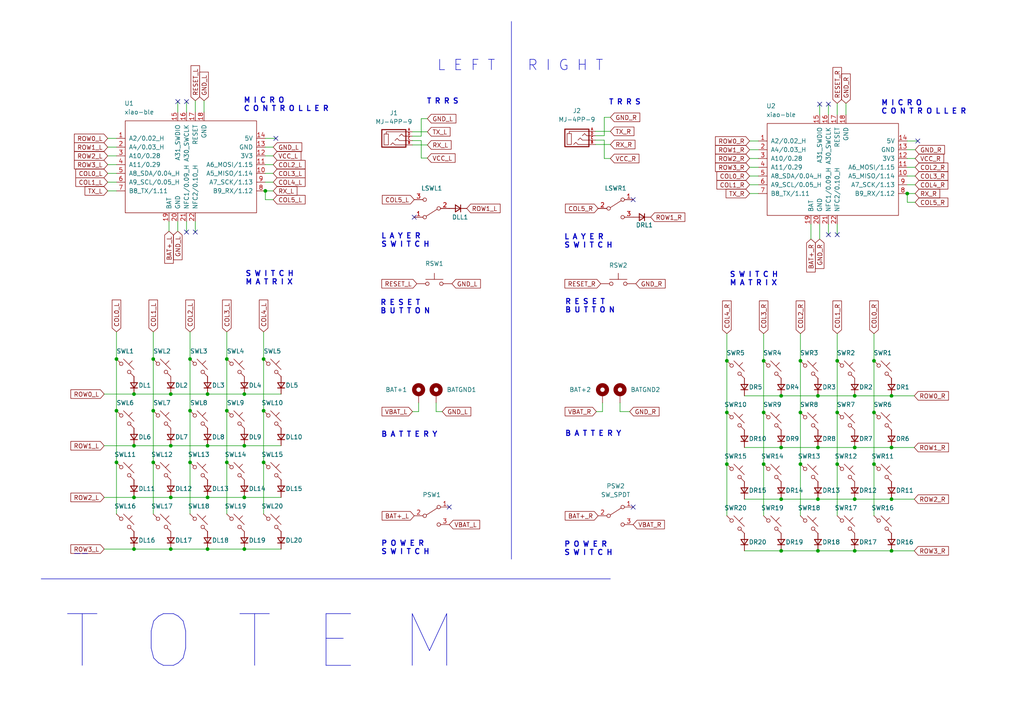
<source format=kicad_sch>
(kicad_sch (version 20231120) (generator "eeschema") (generator_version "8.0")
  (paper "A4")
  (title_block (title "TOTEM split keyboard") (date "2022-11-09") (rev "0.3") (comment 1 "made by GEIST"))
  (lib_symbols
    (symbol "Device:D_Small" (pin_numbers hide) (pin_names (offset 0.254) hide)
      (property "Reference" "D" (at -1.27 2.032 0))
      (property "Value" "D_Small" (at -3.81 -2.032 0))
      (symbol "D_Small_0_1"
        (polyline (pts (xy -0.762 -1.016) (xy -0.762 1.016)) (stroke (width 0.254)))
        (polyline (pts (xy -0.762 0) (xy 0.762 0)))
        (polyline (pts (xy 0.762 -1.016) (xy -0.762 0) (xy 0.762 1.016) (xy 0.762 -1.016)) (stroke (width 0.254)))
      )
      (symbol "D_Small_1_1"
        (pin passive line (at -2.54 0 0) (length 1.778) (name "K") (number "1"))
        (pin passive line (at 2.54 0 180) (length 1.778) (name "A") (number "2"))
      )
    )
    (symbol "Mechanical:MountingHole_Pad" (pin_numbers hide) (pin_names (offset 1.016) hide)
      (property "Reference" "H" (at 0 6.35 0))
      (property "Value" "MountingHole_Pad" (at 0 4.445 0))
      (symbol "MountingHole_Pad_0_1"
        (circle (center 0 1.27) (radius 1.27) (stroke (width 1.27)))
      )
      (symbol "MountingHole_Pad_1_1"
        (pin input line (at 0 -2.54 90) (length 2.54) (name "1") (number "1"))
      )
    )
    (symbol "Switch:SW_Push" (pin_numbers hide) (pin_names (offset 1.016) hide)
      (property "Reference" "SW" (at 1.27 2.54 0))
      (property "Value" "SW_Push" (at 0 -1.524 0))
      (symbol "SW_Push_0_1"
        (circle (center -2.032 0) (radius 0.508))
        (polyline (pts (xy 0 1.27) (xy 0 3.048)))
        (polyline (pts (xy 2.54 1.27) (xy -2.54 1.27)))
        (circle (center 2.032 0) (radius 0.508))
        (pin passive line (at -5.08 0 0) (length 2.54) (name "1") (number "1"))
        (pin passive line (at 5.08 0 180) (length 2.54) (name "2") (number "2"))
      )
    )
    (symbol "Switch:SW_Push_45deg" (pin_numbers hide) (pin_names (offset 1.016) hide)
      (property "Reference" "SW" (at 3.048 1.016 0))
      (property "Value" "SW_Push_45deg" (at 0 -3.81 0))
      (symbol "SW_Push_45deg_0_1"
        (circle (center -1.1684 1.1684) (radius 0.508))
        (polyline (pts (xy -0.508 2.54) (xy 2.54 -0.508)))
        (polyline (pts (xy 1.016 1.016) (xy 2.032 2.032)))
        (polyline (pts (xy -2.54 2.54) (xy -1.524 1.524) (xy -1.524 1.524)))
        (polyline (pts (xy 1.524 -1.524) (xy 2.54 -2.54) (xy 2.54 -2.54) (xy 2.54 -2.54)))
        (circle (center 1.143 -1.1938) (radius 0.508))
        (pin passive line (at -2.54 2.54 0) (length 0) (name "1") (number "1"))
        (pin passive line (at 2.54 -2.54 180) (length 0) (name "2") (number "2"))
      )
    )
    (symbol "Switch:SW_SPDT" (pin_names (offset 0) hide)
      (property "Reference" "SW" (at 0 4.318 0))
      (property "Value" "SW_SPDT" (at 0 -5.08 0))
      (symbol "SW_SPDT_0_0"
        (circle (center -2.032 0) (radius 0.508))
        (circle (center 2.032 -2.54) (radius 0.508))
      )
      (symbol "SW_SPDT_0_1"
        (polyline (pts (xy -1.524 0.254) (xy 1.651 2.286)))
        (circle (center 2.032 2.54) (radius 0.508))
      )
      (symbol "SW_SPDT_1_1"
        (pin passive line (at 5.08 2.54 180) (length 2.54) (name "A") (number "1"))
        (pin passive line (at -5.08 0 0) (length 2.54) (name "B") (number "2"))
        (pin passive line (at 5.08 -2.54 180) (length 2.54) (name "C") (number "3"))
      )
    )
    (symbol "kbd:MJ-4PP-9" (pin_names (offset 1.016))
      (property "Reference" "J" (at 0 3.81 0))
      (property "Value" "MJ-4PP-9" (at 0 -3.81 0))
      (symbol "MJ-4PP-9_0_1"
        (rectangle (start -1.905 -1.905) (end -3.175 1.27))
        (polyline (pts (xy -2.54 1.27) (xy -2.54 1.905) (xy 3.175 1.905)))
        (polyline (pts (xy -1.27 -1.905) (xy -0.635 -1.27) (xy 0 -1.905) (xy 3.175 -1.905)))
        (polyline (pts (xy 0 -0.635) (xy 0.635 0) (xy 1.27 -0.635) (xy 3.175 -0.635)))
        (polyline (pts (xy 1.27 0.635) (xy 1.905 1.27) (xy 2.54 0.635) (xy 3.175 0.635)))
        (rectangle (start 3.175 2.54) (end -3.81 -2.54) (stroke (width 0.3048)))
      )
      (symbol "MJ-4PP-9_1_1"
        (pin input line (at 5.08 1.905 180) (length 2.0066) (name "~") (number "A"))
        (pin input line (at 5.08 -1.905 180) (length 2.0066) (name "~") (number "B"))
        (pin input line (at 5.08 -0.635 180) (length 2.0066) (name "~") (number "C"))
        (pin input line (at 5.08 0.635 180) (length 2.0066) (name "~") (number "D"))
      )
    )
    (symbol "mcu:xiao-ble" (pin_names (offset 1.016))
      (property "Reference" "U" (at -17.78 16.51 0))
      (property "Value" "xiao-ble" (at -15.24 13.97 0))
      (symbol "xiao-ble_0_1"
        (rectangle (start -19.05 12.7) (end 19.05 -13.97))
      )
      (symbol "xiao-ble_1_1"
        (pin bidirectional line (at -21.59 7.62 0) (length 2.54) (name "A2/0.02_H") (number "1"))
        (pin bidirectional line (at 21.59 -2.54 180) (length 2.54) (name "A5_MISO/1.14") (number "10"))
        (pin bidirectional line (at 21.59 0 180) (length 2.54) (name "A6_MOSI/1.15") (number "11"))
        (pin power_out line (at 21.59 2.54 180) (length 2.54) (name "3V3") (number "12"))
        (pin power_out line (at 21.59 5.08 180) (length 2.54) (name "GND") (number "13"))
        (pin power_out line (at 21.59 7.62 180) (length 2.54) (name "5V") (number "14"))
        (pin input line (at -3.81 15.24 270) (length 2.54) (name "A31_SWDIO") (number "15"))
        (pin input line (at -1.27 15.24 270) (length 2.54) (name "A30_SWCLK") (number "16"))
        (pin input line (at 1.27 15.24 270) (length 2.54) (name "RESET") (number "17"))
        (pin power_out line (at 3.81 15.24 270) (length 2.54) (name "GND") (number "18"))
        (pin bidirectional line (at -6.35 -16.51 90) (length 2.54) (name "BAT") (number "19"))
        (pin bidirectional line (at -21.59 5.08 0) (length 2.54) (name "A4/0.03_H") (number "2"))
        (pin power_out line (at -3.81 -16.51 90) (length 2.54) (name "GND") (number "20"))
        (pin bidirectional line (at -1.27 -16.51 90) (length 2.54) (name "NFC1/0.09_H") (number "21"))
        (pin bidirectional line (at 1.27 -16.51 90) (length 2.54) (name "NFC2/0.10_H") (number "22"))
        (pin bidirectional line (at -21.59 2.54 0) (length 2.54) (name "A10/0.28") (number "3"))
        (pin bidirectional line (at -21.59 0 0) (length 2.54) (name "A11/0.29") (number "4"))
        (pin bidirectional line (at -21.59 -2.54 0) (length 2.54) (name "A8_SDA/0.04_H") (number "5"))
        (pin bidirectional line (at -21.59 -5.08 0) (length 2.54) (name "A9_SCL/0.05_H") (number "6"))
        (pin bidirectional line (at -21.59 -7.62 0) (length 2.54) (name "B8_TX/1.11") (number "7"))
        (pin bidirectional line (at 21.59 -7.62 180) (length 2.54) (name "B9_RX/1.12") (number "8"))
        (pin bidirectional line (at 21.59 -5.08 180) (length 2.54) (name "A7_SCK/1.13") (number "9"))
      )
    )
  )
  (junction (at 76.962 55.372))
  (junction (at 33.782 104.14))
  (junction (at 33.782 134.112))
  (junction (at 44.45 134.112))
  (junction (at 226.568 129.794))
  (junction (at 49.53 114.3))
  (junction (at 44.45 119.126))
  (junction (at 55.118 119.126))
  (junction (at 70.866 129.286))
  (junction (at 226.568 144.78))
  (junction (at 237.236 114.808))
  (junction (at 49.53 144.272))
  (junction (at 38.862 159.258))
  (junction (at 232.156 119.634))
  (junction (at 258.572 144.78))
  (junction (at 76.454 104.14))
  (junction (at 70.866 144.272))
  (junction (at 221.488 119.634))
  (junction (at 247.904 144.78))
  (junction (at 76.454 119.126))
  (junction (at 44.45 104.14))
  (junction (at 70.866 114.3))
  (junction (at 55.118 104.14))
  (junction (at 247.904 129.794))
  (junction (at 242.824 104.648))
  (junction (at 60.198 144.272))
  (junction (at 221.488 134.62))
  (junction (at 38.862 144.272))
  (junction (at 232.156 104.648))
  (junction (at 247.904 114.808))
  (junction (at 247.904 159.766))
  (junction (at 210.82 104.648))
  (junction (at 49.53 159.258))
  (junction (at 65.786 104.14))
  (junction (at 60.198 114.3))
  (junction (at 60.198 159.258))
  (junction (at 258.572 129.794))
  (junction (at 232.156 134.62))
  (junction (at 49.53 129.286))
  (junction (at 33.782 119.126))
  (junction (at 263.144 56.134))
  (junction (at 258.572 114.808))
  (junction (at 237.236 159.766))
  (junction (at 70.866 159.258))
  (junction (at 237.236 129.794))
  (junction (at 55.118 134.112))
  (junction (at 210.82 134.62))
  (junction (at 258.572 159.766))
  (junction (at 253.492 119.634))
  (junction (at 242.824 134.62))
  (junction (at 242.824 119.634))
  (junction (at 38.862 129.286))
  (junction (at 65.786 119.126))
  (junction (at 76.454 134.112))
  (junction (at 226.568 159.766))
  (junction (at 253.492 134.62))
  (junction (at 65.786 134.112))
  (junction (at 226.568 114.808))
  (junction (at 60.198 129.286))
  (junction (at 237.236 144.78))
  (junction (at 38.862 114.3))
  (junction (at 253.492 104.648))
  (junction (at 221.488 104.648))
  (junction (at 210.82 119.634))
  (no_connect (at 237.744 30.226))
  (no_connect (at 240.284 30.226))
  (no_connect (at 54.102 67.31))
  (no_connect (at 56.642 67.31))
  (no_connect (at 183.642 147.066))
  (no_connect (at 54.102 29.464))
  (no_connect (at 51.562 29.464))
  (no_connect (at 120.142 62.992))
  (no_connect (at 266.192 40.894))
  (no_connect (at 183.642 57.912))
  (no_connect (at 80.01 40.132))
  (no_connect (at 130.302 147.066))
  (no_connect (at 242.824 68.072))
  (no_connect (at 240.284 68.072))
  (wire (pts (xy 49.022 64.262) (xy 49.022 67.056)))
  (wire (pts (xy 44.45 134.112) (xy 44.45 149.098)))
  (wire (pts (xy 217.424 40.894) (xy 219.964 40.894)))
  (wire (pts (xy 215.9 129.794) (xy 226.568 129.794)))
  (wire (pts (xy 247.904 114.808) (xy 258.572 114.808)))
  (wire (pts (xy 179.832 116.84) (xy 179.832 119.38)))
  (wire (pts (xy 76.962 40.132) (xy 80.01 40.132)))
  (wire (pts (xy 221.488 134.62) (xy 221.488 149.606)))
  (wire (pts (xy 210.82 119.634) (xy 210.82 134.62)))
  (wire (pts (xy 253.492 96.774) (xy 253.492 104.648)))
  (wire (pts (xy 126.492 119.38) (xy 128.27 119.38)))
  (wire (pts (xy 126.492 116.84) (xy 126.492 119.38)))
  (wire (pts (xy 56.642 29.21) (xy 56.642 32.512)))
  (wire (pts (xy 65.786 104.14) (xy 65.786 119.126)))
  (wire (pts (xy 263.144 51.054) (xy 265.43 51.054)))
  (wire (pts (xy 240.284 65.024) (xy 240.284 68.072)))
  (wire (pts (xy 242.824 119.634) (xy 242.824 134.62)))
  (wire (pts (xy 79.248 57.912) (xy 76.962 57.912)))
  (wire (pts (xy 49.53 144.272) (xy 60.198 144.272)))
  (wire (pts (xy 210.82 96.774) (xy 210.82 104.648)))
  (wire (pts (xy 31.242 40.132) (xy 33.782 40.132)))
  (wire (pts (xy 217.424 56.134) (xy 219.964 56.134)))
  (wire (pts (xy 122.174 34.417) (xy 122.174 39.497)))
  (wire (pts (xy 226.568 159.766) (xy 237.236 159.766)))
  (wire (pts (xy 70.866 129.286) (xy 81.534 129.286)))
  (wire (pts (xy 237.236 114.808) (xy 247.904 114.808)))
  (wire (pts (xy 247.904 159.766) (xy 258.572 159.766)))
  (wire (pts (xy 215.9 159.766) (xy 226.568 159.766)))
  (wire (pts (xy 217.424 51.054) (xy 219.964 51.054)))
  (wire (pts (xy 65.786 119.126) (xy 65.786 134.112)))
  (wire (pts (xy 263.144 43.434) (xy 265.43 43.434)))
  (wire (pts (xy 55.118 134.112) (xy 55.118 149.098)))
  (wire (pts (xy 253.492 134.62) (xy 253.492 149.606)))
  (wire (pts (xy 237.236 159.766) (xy 247.904 159.766)))
  (wire (pts (xy 122.174 40.767) (xy 122.174 45.847)))
  (wire (pts (xy 38.862 129.286) (xy 49.53 129.286)))
  (wire (pts (xy 76.454 104.14) (xy 76.454 119.126)))
  (wire (pts (xy 242.824 104.648) (xy 242.824 119.634)))
  (wire (pts (xy 232.156 96.774) (xy 232.156 104.648)))
  (wire (pts (xy 215.9 114.808) (xy 226.568 114.808)))
  (wire (pts (xy 76.962 45.212) (xy 79.248 45.212)))
  (wire (pts (xy 33.782 134.112) (xy 33.782 149.098)))
  (wire (pts (xy 31.242 47.752) (xy 33.782 47.752)))
  (wire (pts (xy 54.102 29.464) (xy 54.102 32.512)))
  (wire (pts (xy 172.72 41.91) (xy 177.038 41.91)))
  (wire (pts (xy 217.424 48.514) (xy 219.964 48.514)))
  (wire (pts (xy 30.226 129.286) (xy 38.862 129.286)))
  (wire (pts (xy 237.744 65.024) (xy 237.744 69.342)))
  (wire (pts (xy 76.962 52.832) (xy 79.248 52.832)))
  (wire (pts (xy 253.492 104.648) (xy 253.492 119.634)))
  (wire (pts (xy 38.862 144.272) (xy 49.53 144.272)))
  (wire (pts (xy 51.562 29.464) (xy 51.562 32.512)))
  (wire (pts (xy 76.962 55.372) (xy 79.248 55.372)))
  (polyline (pts (xy 21.59 160.528) (xy 25.4 160.528)) (stroke (width 0) (type dash)))
  (wire (pts (xy 265.43 58.674) (xy 263.144 58.674)))
  (wire (pts (xy 237.236 144.78) (xy 247.904 144.78)))
  (wire (pts (xy 263.144 56.134) (xy 265.43 56.134)))
  (wire (pts (xy 263.144 40.894) (xy 266.192 40.894)))
  (wire (pts (xy 175.26 34.036) (xy 175.26 39.37)))
  (wire (pts (xy 70.866 114.3) (xy 81.534 114.3)))
  (wire (pts (xy 175.26 34.036) (xy 177.038 34.036)))
  (wire (pts (xy 258.572 129.794) (xy 265.176 129.794)))
  (wire (pts (xy 263.144 48.514) (xy 265.43 48.514)))
  (wire (pts (xy 232.156 119.634) (xy 232.156 134.62)))
  (wire (pts (xy 215.9 144.78) (xy 226.568 144.78)))
  (wire (pts (xy 33.782 96.266) (xy 33.782 104.14)))
  (wire (pts (xy 76.454 96.266) (xy 76.454 104.14)))
  (wire (pts (xy 232.156 134.62) (xy 232.156 149.606)))
  (wire (pts (xy 122.174 34.417) (xy 123.952 34.417)))
  (wire (pts (xy 38.862 159.258) (xy 49.53 159.258)))
  (wire (pts (xy 177.038 45.974) (xy 175.26 45.974)))
  (wire (pts (xy 258.572 144.78) (xy 265.176 144.78)))
  (wire (pts (xy 31.242 45.212) (xy 33.782 45.212)))
  (wire (pts (xy 65.786 96.266) (xy 65.786 104.14)))
  (wire (pts (xy 76.454 134.112) (xy 76.454 149.098)))
  (wire (pts (xy 119.634 119.38) (xy 121.412 119.38)))
  (wire (pts (xy 221.488 104.648) (xy 221.488 119.634)))
  (wire (pts (xy 242.824 96.774) (xy 242.824 104.648)))
  (wire (pts (xy 242.824 65.024) (xy 242.824 68.072)))
  (wire (pts (xy 119.634 42.037) (xy 123.952 42.037)))
  (wire (pts (xy 119.634 39.497) (xy 122.174 39.497)))
  (wire (pts (xy 119.634 38.227) (xy 123.952 38.227)))
  (wire (pts (xy 245.364 29.972) (xy 245.364 33.274)))
  (polyline (pts (xy 148.336 6.223) (xy 148.336 162.179)) (stroke (width 0) (type solid)))
  (wire (pts (xy 175.26 40.64) (xy 175.26 45.974)))
  (wire (pts (xy 121.412 119.38) (xy 121.412 116.84)))
  (wire (pts (xy 30.226 114.3) (xy 38.862 114.3)))
  (wire (pts (xy 76.454 119.126) (xy 76.454 134.112)))
  (wire (pts (xy 258.572 159.766) (xy 265.176 159.766)))
  (wire (pts (xy 59.182 29.21) (xy 59.182 32.512)))
  (wire (pts (xy 49.53 129.286) (xy 60.198 129.286)))
  (wire (pts (xy 242.824 134.62) (xy 242.824 149.606)))
  (wire (pts (xy 122.174 45.847) (xy 123.952 45.847)))
  (wire (pts (xy 31.242 50.292) (xy 33.782 50.292)))
  (wire (pts (xy 258.572 114.808) (xy 265.176 114.808)))
  (wire (pts (xy 263.144 45.974) (xy 265.43 45.974)))
  (polyline (pts (xy 11.938 167.894) (xy 177.038 167.894)) (stroke (width 0) (type solid)))
  (wire (pts (xy 60.198 144.272) (xy 70.866 144.272)))
  (wire (pts (xy 242.824 29.972) (xy 242.824 33.274)))
  (wire (pts (xy 172.974 119.38) (xy 174.752 119.38)))
  (wire (pts (xy 247.904 129.794) (xy 258.572 129.794)))
  (wire (pts (xy 237.744 30.226) (xy 237.744 33.274)))
  (wire (pts (xy 172.72 40.64) (xy 175.26 40.64)))
  (wire (pts (xy 226.568 114.808) (xy 237.236 114.808)))
  (wire (pts (xy 226.568 144.78) (xy 237.236 144.78)))
  (wire (pts (xy 56.642 64.262) (xy 56.642 67.31)))
  (wire (pts (xy 49.53 114.3) (xy 60.198 114.3)))
  (wire (pts (xy 60.198 129.286) (xy 70.866 129.286)))
  (wire (pts (xy 263.144 53.594) (xy 265.43 53.594)))
  (wire (pts (xy 49.53 159.258) (xy 60.198 159.258)))
  (wire (pts (xy 31.242 55.372) (xy 33.782 55.372)))
  (wire (pts (xy 44.45 104.14) (xy 44.45 119.126)))
  (wire (pts (xy 217.424 53.594) (xy 219.964 53.594)))
  (wire (pts (xy 172.72 39.37) (xy 175.26 39.37)))
  (wire (pts (xy 44.45 119.126) (xy 44.45 134.112)))
  (wire (pts (xy 237.236 129.794) (xy 247.904 129.794)))
  (wire (pts (xy 44.45 96.266) (xy 44.45 104.14)))
  (wire (pts (xy 76.962 57.912) (xy 76.962 55.372)))
  (wire (pts (xy 210.82 134.62) (xy 210.82 149.606)))
  (wire (pts (xy 38.862 114.3) (xy 49.53 114.3)))
  (wire (pts (xy 55.118 119.126) (xy 55.118 134.112)))
  (wire (pts (xy 217.424 43.434) (xy 219.964 43.434)))
  (wire (pts (xy 221.488 119.634) (xy 221.488 134.62)))
  (wire (pts (xy 263.144 58.674) (xy 263.144 56.134)))
  (wire (pts (xy 65.786 134.112) (xy 65.786 149.098)))
  (wire (pts (xy 76.962 47.752) (xy 79.248 47.752)))
  (wire (pts (xy 174.752 119.38) (xy 174.752 116.84)))
  (wire (pts (xy 240.284 30.226) (xy 240.284 33.274)))
  (wire (pts (xy 60.198 159.258) (xy 70.866 159.258)))
  (wire (pts (xy 210.82 104.648) (xy 210.82 119.634)))
  (wire (pts (xy 31.242 52.832) (xy 33.782 52.832)))
  (wire (pts (xy 247.904 144.78) (xy 258.572 144.78)))
  (wire (pts (xy 221.488 96.774) (xy 221.488 104.648)))
  (wire (pts (xy 30.226 144.272) (xy 38.862 144.272)))
  (wire (pts (xy 76.962 42.672) (xy 79.248 42.672)))
  (wire (pts (xy 31.242 42.672) (xy 33.782 42.672)))
  (wire (pts (xy 232.156 104.648) (xy 232.156 119.634)))
  (wire (pts (xy 70.866 159.258) (xy 81.534 159.258)))
  (wire (pts (xy 235.204 65.024) (xy 235.204 69.342)))
  (wire (pts (xy 55.118 104.14) (xy 55.118 119.126)))
  (wire (pts (xy 33.782 104.14) (xy 33.782 119.126)))
  (wire (pts (xy 54.102 64.262) (xy 54.102 67.31)))
  (wire (pts (xy 55.118 96.266) (xy 55.118 104.14)))
  (wire (pts (xy 179.832 119.38) (xy 182.626 119.38)))
  (wire (pts (xy 60.198 114.3) (xy 70.866 114.3)))
  (wire (pts (xy 76.962 50.292) (xy 79.248 50.292)))
  (wire (pts (xy 51.562 64.262) (xy 51.562 67.056)))
  (wire (pts (xy 30.226 159.258) (xy 38.862 159.258)))
  (wire (pts (xy 33.782 119.126) (xy 33.782 134.112)))
  (wire (pts (xy 217.424 45.974) (xy 219.964 45.974)))
  (wire (pts (xy 253.492 119.634) (xy 253.492 134.62)))
  (wire (pts (xy 122.174 40.767) (xy 119.634 40.767)))
  (wire (pts (xy 70.866 144.272) (xy 81.534 144.272)))
  (wire (pts (xy 226.568 129.794) (xy 237.236 129.794)))
  (wire (pts (xy 172.72 38.1) (xy 177.038 38.1)))
  (text "M I C R O \nC O N T R O L L E R" (at 255.524 33.274 0) (effects (font (size 1.5 1.5) (thickness 0.3) (bold yes)) (justify left bottom)))
  (text "L A Y E R\nS W I T C H" (at 163.576 72.136 0) (effects (font (size 1.5 1.5) (thickness 0.3) (bold yes)) (justify left bottom)))
  (text "T R R S" (at 176.53 30.607 0) (effects (font (size 1.5 1.5) (thickness 0.3) (bold yes)) (justify left bottom)))
  (text "R E S E T \nB U T T O N" (at 110.236 91.186 0) (effects (font (size 1.5 1.5) (thickness 0.3) (bold yes)) (justify left bottom)))
  (text "S W I T C H\nM A T R I X" (at 71.12 82.804 0) (effects (font (size 1.5 1.5) (thickness 0.3) (bold yes)) (justify left bottom)))
  (text "P O W E R\nS W I T C H" (at 110.49 161.036 0) (effects (font (size 1.5 1.5) (thickness 0.3) (bold yes)) (justify left bottom)))
  (text "R E S E T \nB U T T O N" (at 163.83 90.932 0) (effects (font (size 1.5 1.5) (thickness 0.3) (bold yes)) (justify left bottom)))
  (text "T O T E M" (at 18.034 195.072 0) (effects (font (size 15 15)) (justify left bottom)))
  (text "S W I T C H\nM A T R I X" (at 211.582 83.058 0) (effects (font (size 1.5 1.5) (thickness 0.3) (bold yes)) (justify left bottom)))
  (text "T R R S" (at 123.698 30.353 0) (effects (font (size 1.5 1.5) (thickness 0.3) (bold yes)) (justify left bottom)))
  (text "B A T T E R Y" (at 110.49 127 0) (effects (font (size 1.5 1.5) (thickness 0.3) (bold yes)) (justify left bottom)))
  (text "P O W E R\nS W I T C H" (at 163.576 161.29 0) (effects (font (size 1.5 1.5) (thickness 0.3) (bold yes)) (justify left bottom)))
  (text "L A Y E R\nS W I T C H" (at 110.49 71.882 0) (effects (font (size 1.5 1.5) (thickness 0.3) (bold yes)) (justify left bottom)))
  (text "R I G H T" (at 152.908 20.828 0) (effects (font (size 3 3)) (justify left bottom)))
  (text "B A T T E R Y" (at 163.83 126.746 0) (effects (font (size 1.5 1.5) (thickness 0.3) (bold yes)) (justify left bottom)))
  (text "L E F T" (at 143.764 20.828 0) (effects (font (size 3 3)) (justify right bottom)))
  (text "M I C R O \nC O N T R O L L E R" (at 70.612 32.512 0) (effects (font (size 1.5 1.5) (thickness 0.3) (bold yes)) (justify left bottom)))
  (global_label "GND_L" (shape input) (at 131.064 82.296 0) (property "Intersheetrefs" "${INTERSHEET_REFS}" (effects (hide yes))))
  (global_label "VCC_R" (shape input) (at 265.43 45.974 0) (property "Intersheetrefs" "${INTERSHEET_REFS}" (effects (hide yes))))
  (global_label "RX_L" (shape input) (at 123.952 42.037 0) (property "Intersheetrefs" "${INTERSHEET_REFS}" (effects (hide yes))))
  (global_label "ROW3_R" (shape input) (at 265.176 159.766 0) (property "Intersheetrefs" "${INTERSHEET_REFS}" (effects (hide yes))))
  (global_label "GND_R" (shape input) (at 265.43 43.434 0) (property "Intersheetrefs" "${INTERSHEET_REFS}" (effects (hide yes))))
  (global_label "COL3_L" (shape input) (at 65.786 96.266 90) (property "Intersheetrefs" "${INTERSHEET_REFS}" (effects (hide yes))))
  (global_label "COL4_L" (shape input) (at 76.454 96.266 90) (property "Intersheetrefs" "${INTERSHEET_REFS}" (effects (hide yes))))
  (global_label "ROW0_R" (shape input) (at 265.176 114.808 0) (property "Intersheetrefs" "${INTERSHEET_REFS}" (effects (hide yes))))
  (global_label "ROW1_L" (shape input) (at 135.382 60.452 0) (property "Intersheetrefs" "${INTERSHEET_REFS}" (effects (hide yes))))
  (global_label "COL1_L" (shape input) (at 44.45 96.266 90) (property "Intersheetrefs" "${INTERSHEET_REFS}" (effects (hide yes))))
  (global_label "GND_L" (shape input) (at 59.182 29.21 90) (property "Intersheetrefs" "${INTERSHEET_REFS}" (effects (hide yes))))
  (global_label "COL2_R" (shape input) (at 232.156 96.774 90) (property "Intersheetrefs" "${INTERSHEET_REFS}" (effects (hide yes))))
  (global_label "GND_L" (shape input) (at 79.248 42.672 0) (property "Intersheetrefs" "${INTERSHEET_REFS}" (effects (hide yes))))
  (global_label "BAT+_L" (shape input) (at 120.142 149.606 180) (property "Intersheetrefs" "${INTERSHEET_REFS}" (effects (hide yes))))
  (global_label "ROW0_R" (shape input) (at 217.424 40.894 180) (property "Intersheetrefs" "${INTERSHEET_REFS}" (effects (hide yes))))
  (global_label "COL0_R" (shape input) (at 217.424 51.054 180) (property "Intersheetrefs" "${INTERSHEET_REFS}" (effects (hide yes))))
  (global_label "COL4_R" (shape input) (at 265.43 53.594 0) (property "Intersheetrefs" "${INTERSHEET_REFS}" (effects (hide yes))))
  (global_label "VCC_L" (shape input) (at 123.952 45.847 0) (property "Intersheetrefs" "${INTERSHEET_REFS}" (effects (hide yes))))
  (global_label "VCC_R" (shape input) (at 177.038 45.974 0) (property "Intersheetrefs" "${INTERSHEET_REFS}" (effects (hide yes))))
  (global_label "COL5_R" (shape input) (at 265.43 58.674 0) (property "Intersheetrefs" "${INTERSHEET_REFS}" (effects (hide yes))))
  (global_label "RESET_R" (shape input) (at 242.824 29.972 90) (property "Intersheetrefs" "${INTERSHEET_REFS}" (effects (hide yes))))
  (global_label "RESET_R" (shape input) (at 174.244 82.296 180) (property "Intersheetrefs" "${INTERSHEET_REFS}" (effects (hide yes))))
  (global_label "ROW3_L" (shape input) (at 30.226 159.258 180) (property "Intersheetrefs" "${INTERSHEET_REFS}" (effects (hide yes))))
  (global_label "VBAT_R" (shape input) (at 183.642 152.146 0) (property "Intersheetrefs" "${INTERSHEET_REFS}" (effects (hide yes))))
  (global_label "GND_L" (shape input) (at 51.562 67.056 270) (property "Intersheetrefs" "${INTERSHEET_REFS}" (effects (hide yes))))
  (global_label "COL5_L" (shape input) (at 79.248 57.912 0) (property "Intersheetrefs" "${INTERSHEET_REFS}" (effects (hide yes))))
  (global_label "RESET_L" (shape input) (at 120.904 82.296 180) (property "Intersheetrefs" "${INTERSHEET_REFS}" (effects (hide yes))))
  (global_label "VBAT_R" (shape input) (at 172.974 119.38 180) (property "Intersheetrefs" "${INTERSHEET_REFS}" (effects (hide yes))))
  (global_label "VCC_L" (shape input) (at 79.248 45.212 0) (property "Intersheetrefs" "${INTERSHEET_REFS}" (effects (hide yes))))
  (global_label "TX_L" (shape input) (at 123.952 38.227 0) (property "Intersheetrefs" "${INTERSHEET_REFS}" (effects (hide yes))))
  (global_label "BAT+_L" (shape input) (at 49.022 67.056 270) (property "Intersheetrefs" "${INTERSHEET_REFS}" (effects (hide yes))))
  (global_label "COL1_R" (shape input) (at 217.424 53.594 180) (property "Intersheetrefs" "${INTERSHEET_REFS}" (effects (hide yes))))
  (global_label "ROW3_R" (shape input) (at 217.424 48.514 180) (property "Intersheetrefs" "${INTERSHEET_REFS}" (effects (hide yes))))
  (global_label "BAT+_R" (shape input) (at 173.482 149.606 180) (property "Intersheetrefs" "${INTERSHEET_REFS}" (effects (hide yes))))
  (global_label "ROW0_L" (shape input) (at 30.226 114.3 180) (property "Intersheetrefs" "${INTERSHEET_REFS}" (effects (hide yes))))
  (global_label "COL5_L" (shape input) (at 120.142 57.912 180) (property "Intersheetrefs" "${INTERSHEET_REFS}" (effects (hide yes))))
  (global_label "GND_L" (shape input) (at 128.27 119.38 0) (property "Intersheetrefs" "${INTERSHEET_REFS}" (effects (hide yes))))
  (global_label "VBAT_L" (shape input) (at 119.634 119.38 180) (property "Intersheetrefs" "${INTERSHEET_REFS}" (effects (hide yes))))
  (global_label "ROW1_R" (shape input) (at 265.176 129.794 0) (property "Intersheetrefs" "${INTERSHEET_REFS}" (effects (hide yes))))
  (global_label "GND_L" (shape input) (at 123.952 34.417 0) (property "Intersheetrefs" "${INTERSHEET_REFS}" (effects (hide yes))))
  (global_label "BAT+_R" (shape input) (at 235.204 69.342 270) (property "Intersheetrefs" "${INTERSHEET_REFS}" (effects (hide yes))))
  (global_label "GND_R" (shape input) (at 182.626 119.38 0) (property "Intersheetrefs" "${INTERSHEET_REFS}" (effects (hide yes))))
  (global_label "RX_L" (shape input) (at 79.248 55.372 0) (property "Intersheetrefs" "${INTERSHEET_REFS}" (effects (hide yes))))
  (global_label "GND_R" (shape input) (at 184.404 82.296 0) (property "Intersheetrefs" "${INTERSHEET_REFS}" (effects (hide yes))))
  (global_label "COL0_L" (shape input) (at 33.782 96.266 90) (property "Intersheetrefs" "${INTERSHEET_REFS}" (effects (hide yes))))
  (global_label "ROW3_L" (shape input) (at 31.242 47.752 180) (property "Intersheetrefs" "${INTERSHEET_REFS}" (effects (hide yes))))
  (global_label "COL3_R" (shape input) (at 265.43 51.054 0) (property "Intersheetrefs" "${INTERSHEET_REFS}" (effects (hide yes))))
  (global_label "TX_R" (shape input) (at 177.038 38.1 0) (property "Intersheetrefs" "${INTERSHEET_REFS}" (effects (hide yes))))
  (global_label "COL4_R" (shape input) (at 210.82 96.774 90) (property "Intersheetrefs" "${INTERSHEET_REFS}" (effects (hide yes))))
  (global_label "RESET_L" (shape input) (at 56.642 29.21 90) (property "Intersheetrefs" "${INTERSHEET_REFS}" (effects (hide yes))))
  (global_label "RX_R" (shape input) (at 177.038 41.91 0) (property "Intersheetrefs" "${INTERSHEET_REFS}" (effects (hide yes))))
  (global_label "COL3_R" (shape input) (at 221.488 96.774 90) (property "Intersheetrefs" "${INTERSHEET_REFS}" (effects (hide yes))))
  (global_label "TX_R" (shape input) (at 217.424 56.134 180) (property "Intersheetrefs" "${INTERSHEET_REFS}" (effects (hide yes))))
  (global_label "ROW1_L" (shape input) (at 30.226 129.286 180) (property "Intersheetrefs" "${INTERSHEET_REFS}" (effects (hide yes))))
  (global_label "ROW2_L" (shape input) (at 31.242 45.212 180) (property "Intersheetrefs" "${INTERSHEET_REFS}" (effects (hide yes))))
  (global_label "GND_R" (shape input) (at 237.744 69.342 270) (property "Intersheetrefs" "${INTERSHEET_REFS}" (effects (hide yes))))
  (global_label "COL2_R" (shape input) (at 265.43 48.514 0) (property "Intersheetrefs" "${INTERSHEET_REFS}" (effects (hide yes))))
  (global_label "GND_R" (shape input) (at 245.364 29.972 90) (property "Intersheetrefs" "${INTERSHEET_REFS}" (effects (hide yes))))
  (global_label "VBAT_L" (shape input) (at 130.302 152.146 0) (property "Intersheetrefs" "${INTERSHEET_REFS}" (effects (hide yes))))
  (global_label "ROW1_L" (shape input) (at 31.242 42.672 180) (property "Intersheetrefs" "${INTERSHEET_REFS}" (effects (hide yes))))
  (global_label "COL1_R" (shape input) (at 242.824 96.774 90) (property "Intersheetrefs" "${INTERSHEET_REFS}" (effects (hide yes))))
  (global_label "GND_R" (shape input) (at 177.038 34.036 0) (property "Intersheetrefs" "${INTERSHEET_REFS}" (effects (hide yes))))
  (global_label "COL0_L" (shape input) (at 31.242 50.292 180) (property "Intersheetrefs" "${INTERSHEET_REFS}" (effects (hide yes))))
  (global_label "COL2_L" (shape input) (at 79.248 47.752 0) (property "Intersheetrefs" "${INTERSHEET_REFS}" (effects (hide yes))))
  (global_label "ROW1_R" (shape input) (at 217.424 43.434 180) (property "Intersheetrefs" "${INTERSHEET_REFS}" (effects (hide yes))))
  (global_label "COL5_R" (shape input) (at 173.482 60.452 180) (property "Intersheetrefs" "${INTERSHEET_REFS}" (effects (hide yes))))
  (global_label "ROW2_R" (shape input) (at 265.176 144.78 0) (property "Intersheetrefs" "${INTERSHEET_REFS}" (effects (hide yes))))
  (global_label "COL0_R" (shape input) (at 253.492 96.774 90) (property "Intersheetrefs" "${INTERSHEET_REFS}" (effects (hide yes))))
  (global_label "COL3_L" (shape input) (at 79.248 50.292 0) (property "Intersheetrefs" "${INTERSHEET_REFS}" (effects (hide yes))))
  (global_label "COL2_L" (shape input) (at 55.118 96.266 90) (property "Intersheetrefs" "${INTERSHEET_REFS}" (effects (hide yes))))
  (global_label "TX_L" (shape input) (at 31.242 55.372 180) (property "Intersheetrefs" "${INTERSHEET_REFS}" (effects (hide yes))))
  (global_label "ROW2_L" (shape input) (at 30.226 144.272 180) (property "Intersheetrefs" "${INTERSHEET_REFS}" (effects (hide yes))))
  (global_label "ROW1_R" (shape input) (at 188.722 62.992 0) (property "Intersheetrefs" "${INTERSHEET_REFS}" (effects (hide yes))))
  (global_label "COL4_L" (shape input) (at 79.248 52.832 0) (property "Intersheetrefs" "${INTERSHEET_REFS}" (effects (hide yes))))
  (global_label "RX_R" (shape input) (at 265.43 56.134 0) (property "Intersheetrefs" "${INTERSHEET_REFS}" (effects (hide yes))))
  (global_label "ROW0_L" (shape input) (at 31.242 40.132 180) (property "Intersheetrefs" "${INTERSHEET_REFS}" (effects (hide yes))))
  (global_label "COL1_L" (shape input) (at 31.242 52.832 180) (property "Intersheetrefs" "${INTERSHEET_REFS}" (effects (hide yes))))
  (global_label "ROW2_R" (shape input) (at 217.424 45.974 180) (property "Intersheetrefs" "${INTERSHEET_REFS}" (effects (hide yes))))
  (symbol (lib_id "Device:D_Small") (at 81.534 156.718 90) (unit 1)
    (property "Reference" "DL20" (at 82.804 156.718 90) (effects (justify right)))
    (property "Value" "D_Small" (effects (hide yes)))
    (property "Footprint" "TOTEMlib:Diode_SOD123" (effects (hide yes)))
  )
  (symbol (lib_id "Switch:SW_Push_45deg") (at 245.364 107.188 0) (unit 1)
    (property "Reference" "SWR2" (at 245.364 102.362 0))
    (property "Value" "SW_Push_45deg" (effects (hide yes)))
    (property "Footprint" "TOTEMlib:Kailh_socket_PG1350_optional" (effects (hide yes)))
  )
  (symbol (lib_id "Switch:SW_Push_45deg") (at 57.658 151.638 0) (unit 1)
    (property "Reference" "SWL18" (at 57.658 146.812 0))
    (property "Value" "SW_Push_45deg" (effects (hide yes)))
    (property "Footprint" "TOTEMlib:Kailh_socket_PG1350_optional" (effects (hide yes)))
  )
  (symbol (lib_id "Switch:SW_Push_45deg") (at 36.322 151.638 0) (unit 1)
    (property "Reference" "SWL16" (at 36.322 146.812 0))
    (property "Value" "SW_Push_45deg" (effects (hide yes)))
    (property "Footprint" "TOTEMlib:Kailh_socket_PG1350_optional" (effects (hide yes)))
  )
  (symbol (lib_id "Switch:SW_Push_45deg") (at 256.032 152.146 0) (unit 1)
    (property "Reference" "SWR16" (at 256.032 147.32 0))
    (property "Value" "SW_Push_45deg" (effects (hide yes)))
    (property "Footprint" "TOTEMlib:Kailh_socket_PG1350_optional" (effects (hide yes)))
  )
  (symbol (lib_id "Switch:SW_SPDT") (at 125.222 149.606 0) (unit 1)
    (property "Reference" "PSW1" (at 125.222 143.51 0))
    (property "Value" "SW_SPDT" (effects (hide yes)))
    (property "Footprint" "TOTEMlib:MSK12C02" (effects (hide yes)))
  )
  (symbol (lib_id "Switch:SW_Push_45deg") (at 68.326 106.68 0) (unit 1)
    (property "Reference" "SWL4" (at 68.326 101.854 0))
    (property "Value" "SW_Push_45deg" (effects (hide yes)))
    (property "Footprint" "TOTEMlib:Kailh_socket_PG1350_optional" (effects (hide yes)))
  )
  (symbol (lib_id "Device:D_Small") (at 258.572 127.254 90) (unit 1)
    (property "Reference" "DR6" (at 259.842 127.254 90) (effects (justify right)))
    (property "Value" "D_Small" (effects (hide yes)))
    (property "Footprint" "TOTEMlib:Diode_SOD123" (effects (hide yes)))
  )
  (symbol (lib_id "Switch:SW_SPDT") (at 178.562 60.452 0) (unit 1)
    (property "Reference" "LSWR1" (at 178.562 54.61 0))
    (property "Value" "SW_SPDT" (effects (hide yes)))
    (property "Footprint" "TOTEMlib:MSK12C02" (effects (hide yes)))
  )
  (symbol (lib_id "Mechanical:MountingHole_Pad") (at 121.412 114.3 0) (unit 1)
    (property "Reference" "BAT+1" (at 118.11 113.03 0) (effects (justify right)))
    (property "Value" "+" (effects (hide yes)))
    (property "Footprint" "TOTEMlib:BatteryPad" (effects (hide yes)))
  )
  (symbol (lib_id "Switch:SW_Push_45deg") (at 234.696 107.188 0) (unit 1)
    (property "Reference" "SWR3" (at 234.696 102.362 0))
    (property "Value" "SW_Push_45deg" (effects (hide yes)))
    (property "Footprint" "TOTEMlib:Kailh_socket_PG1350_optional" (effects (hide yes)))
  )
  (symbol (lib_id "Switch:SW_Push_45deg") (at 57.658 106.68 0) (unit 1)
    (property "Reference" "SWL3" (at 57.658 101.854 0))
    (property "Value" "SW_Push_45deg" (effects (hide yes)))
    (property "Footprint" "TOTEMlib:Kailh_socket_PG1350_optional" (effects (hide yes)))
  )
  (symbol (lib_id "Switch:SW_SPDT") (at 178.562 149.606 0) (unit 1)
    (property "Reference" "PSW2" (at 178.562 140.97 0))
    (property "Value" "SW_SPDT" (at 178.562 143.51 0))
    (property "Footprint" "TOTEMlib:MSK12C02" (effects (hide yes)))
  )
  (symbol (lib_id "Mechanical:MountingHole_Pad") (at 126.492 114.3 0) (unit 1)
    (property "Reference" "BATGND1" (at 129.54 113.03 0) (effects (justify left)))
    (property "Value" "-" (effects (hide yes)))
    (property "Footprint" "TOTEMlib:BatteryPad" (effects (hide yes)))
  )
  (symbol (lib_id "Device:D_Small") (at 215.9 112.268 90) (unit 1)
    (property "Reference" "DR5" (at 217.17 112.268 90) (effects (justify right)))
    (property "Value" "D_Small" (effects (hide yes)))
    (property "Footprint" "TOTEMlib:Diode_SOD123" (effects (hide yes)))
  )
  (symbol (lib_id "Switch:SW_Push_45deg") (at 213.36 122.174 0) (unit 1)
    (property "Reference" "SWR10" (at 213.36 117.348 0))
    (property "Value" "SW_Push_45deg" (effects (hide yes)))
    (property "Footprint" "TOTEMlib:Kailh_socket_PG1350_optional" (effects (hide yes)))
  )
  (symbol (lib_id "Switch:SW_Push") (at 125.984 82.296 0) (unit 1)
    (property "Reference" "RSW1" (at 125.984 76.454 0))
    (property "Value" "SW_Push" (effects (hide yes)))
    (property "Footprint" "TOTEMlib:SKHLLCA010" (effects (hide yes)))
  )
  (symbol (lib_id "Switch:SW_Push_45deg") (at 245.364 137.16 0) (unit 1)
    (property "Reference" "SWR12" (at 245.364 132.334 0))
    (property "Value" "SW_Push_45deg" (effects (hide yes)))
    (property "Footprint" "TOTEMlib:Kailh_socket_PG1350_optional" (effects (hide yes)))
  )
  (symbol (lib_id "Switch:SW_Push_45deg") (at 234.696 122.174 0) (unit 1)
    (property "Reference" "SWR8" (at 234.696 117.348 0))
    (property "Value" "SW_Push_45deg" (effects (hide yes)))
    (property "Footprint" "TOTEMlib:Kailh_socket_PG1350_optional" (effects (hide yes)))
  )
  (symbol (lib_id "Switch:SW_Push_45deg") (at 46.99 121.666 0) (unit 1)
    (property "Reference" "SWL7" (at 46.99 116.84 0))
    (property "Value" "SW_Push_45deg" (effects (hide yes)))
    (property "Footprint" "TOTEMlib:Kailh_socket_PG1350_optional" (effects (hide yes)))
  )
  (symbol (lib_id "mcu:xiao-ble") (at 55.372 47.752 0) (unit 1)
    (property "Reference" "U1" (at 36.068 29.972 0) (effects (justify left)))
    (property "Value" "xiao-ble" (at 36.068 32.512 0) (effects (justify left)))
    (property "Footprint" "TOTEMlib:xiao-ble-smd-cutout" (effects (hide yes)))
  )
  (symbol (lib_id "Device:D_Small") (at 226.568 142.24 90) (unit 1)
    (property "Reference" "DR14" (at 227.838 142.24 90) (effects (justify right)))
    (property "Value" "D_Small" (effects (hide yes)))
    (property "Footprint" "TOTEMlib:Diode_SOD123" (effects (hide yes)))
  )
  (symbol (lib_id "Switch:SW_Push_45deg") (at 234.696 137.16 0) (unit 1)
    (property "Reference" "SWR13" (at 234.696 132.334 0))
    (property "Value" "SW_Push_45deg" (effects (hide yes)))
    (property "Footprint" "TOTEMlib:Kailh_socket_PG1350_optional" (effects (hide yes)))
  )
  (symbol (lib_id "Device:D_Small") (at 38.862 111.76 90) (unit 1)
    (property "Reference" "DL1" (at 40.132 111.76 90) (effects (justify right)))
    (property "Value" "D_Small" (effects (hide yes)))
    (property "Footprint" "TOTEMlib:Diode_SOD123" (effects (hide yes)))
  )
  (symbol (lib_id "Device:D_Small") (at 258.572 157.226 90) (unit 1)
    (property "Reference" "DR16" (at 259.842 157.226 90) (effects (justify right)))
    (property "Value" "D_Small" (effects (hide yes)))
    (property "Footprint" "TOTEMlib:Diode_SOD123" (effects (hide yes)))
  )
  (symbol (lib_id "Switch:SW_Push_45deg") (at 213.36 107.188 0) (unit 1)
    (property "Reference" "SWR5" (at 213.36 102.362 0))
    (property "Value" "SW_Push_45deg" (effects (hide yes)))
    (property "Footprint" "TOTEMlib:Kailh_socket_PG1350_optional" (effects (hide yes)))
  )
  (symbol (lib_id "Device:D_Small") (at 49.53 111.76 90) (unit 1)
    (property "Reference" "DL2" (at 50.8 111.76 90) (effects (justify right)))
    (property "Value" "D_Small" (effects (hide yes)))
    (property "Footprint" "TOTEMlib:Diode_SOD123" (effects (hide yes)))
  )
  (symbol (lib_id "Switch:SW_Push_45deg") (at 57.658 121.666 0) (unit 1)
    (property "Reference" "SWL8" (at 57.658 116.84 0))
    (property "Value" "SW_Push_45deg" (effects (hide yes)))
    (property "Footprint" "TOTEMlib:Kailh_socket_PG1350_optional" (effects (hide yes)))
  )
  (symbol (lib_id "Switch:SW_Push_45deg") (at 68.326 136.652 0) (unit 1)
    (property "Reference" "SWL14" (at 68.326 131.826 0))
    (property "Value" "SW_Push_45deg" (effects (hide yes)))
    (property "Footprint" "TOTEMlib:Kailh_socket_PG1350_optional" (effects (hide yes)))
  )
  (symbol (lib_id "Device:D_Small") (at 70.866 141.732 90) (unit 1)
    (property "Reference" "DL14" (at 72.136 141.732 90) (effects (justify right)))
    (property "Value" "D_Small" (effects (hide yes)))
    (property "Footprint" "TOTEMlib:Diode_SOD123" (effects (hide yes)))
  )
  (symbol (lib_id "Device:D_Small") (at 215.9 142.24 90) (unit 1)
    (property "Reference" "DR15" (at 217.17 142.24 90) (effects (justify right)))
    (property "Value" "D_Small" (effects (hide yes)))
    (property "Footprint" "TOTEMlib:Diode_SOD123" (effects (hide yes)))
  )
  (symbol (lib_id "Switch:SW_Push_45deg") (at 78.994 151.638 0) (unit 1)
    (property "Reference" "SWL20" (at 78.994 146.812 0))
    (property "Value" "SW_Push_45deg" (effects (hide yes)))
    (property "Footprint" "TOTEMlib:Kailh_socket_PG1350_optional" (effects (hide yes)))
  )
  (symbol (lib_id "Switch:SW_Push_45deg") (at 224.028 152.146 0) (unit 1)
    (property "Reference" "SWR19" (at 224.028 147.32 0))
    (property "Value" "SW_Push_45deg" (effects (hide yes)))
    (property "Footprint" "TOTEMlib:Kailh_socket_PG1350_optional" (effects (hide yes)))
  )
  (symbol (lib_id "kbd:MJ-4PP-9") (at 114.554 40.132 0) (unit 1)
    (property "Reference" "J1" (at 114.2365 32.766 0))
    (property "Value" "MJ-4PP-9" (at 114.2365 35.306 0))
    (property "Footprint" "TOTEMlib:MJ-4PP-9_1side" (effects (hide yes)))
  )
  (symbol (lib_id "Switch:SW_Push_45deg") (at 245.364 152.146 0) (unit 1)
    (property "Reference" "SWR17" (at 245.364 147.32 0))
    (property "Value" "SW_Push_45deg" (effects (hide yes)))
    (property "Footprint" "TOTEMlib:Kailh_socket_PG1350_optional" (effects (hide yes)))
  )
  (symbol (lib_id "Switch:SW_Push_45deg") (at 245.364 122.174 0) (unit 1)
    (property "Reference" "SWR7" (at 245.364 117.348 0))
    (property "Value" "SW_Push_45deg" (effects (hide yes)))
    (property "Footprint" "TOTEMlib:Kailh_socket_PG1350_optional" (effects (hide yes)))
  )
  (symbol (lib_id "Switch:SW_Push_45deg") (at 36.322 106.68 0) (unit 1)
    (property "Reference" "SWL1" (at 36.322 101.854 0))
    (property "Value" "SW_Push_45deg" (effects (hide yes)))
    (property "Footprint" "TOTEMlib:Kailh_socket_PG1350_optional" (effects (hide yes)))
  )
  (symbol (lib_id "Device:D_Small") (at 81.534 111.76 90) (unit 1)
    (property "Reference" "DL5" (at 82.804 111.76 90) (effects (justify right)))
    (property "Value" "D_Small" (effects (hide yes)))
    (property "Footprint" "TOTEMlib:Diode_SOD123" (effects (hide yes)))
  )
  (symbol (lib_id "Device:D_Small") (at 226.568 112.268 90) (unit 1)
    (property "Reference" "DR4" (at 227.838 112.268 90) (effects (justify right)))
    (property "Value" "D_Small" (effects (hide yes)))
    (property "Footprint" "TOTEMlib:Diode_SOD123" (effects (hide yes)))
  )
  (symbol (lib_id "Device:D_Small") (at 237.236 142.24 90) (unit 1)
    (property "Reference" "DR13" (at 238.506 142.24 90) (effects (justify right)))
    (property "Value" "D_Small" (effects (hide yes)))
    (property "Footprint" "TOTEMlib:Diode_SOD123" (effects (hide yes)))
  )
  (symbol (lib_id "Switch:SW_Push_45deg") (at 46.99 151.638 0) (unit 1)
    (property "Reference" "SWL17" (at 46.99 146.812 0))
    (property "Value" "SW_Push_45deg" (effects (hide yes)))
    (property "Footprint" "TOTEMlib:Kailh_socket_PG1350_optional" (effects (hide yes)))
  )
  (symbol (lib_id "Mechanical:MountingHole_Pad") (at 179.832 114.3 0) (unit 1)
    (property "Reference" "BATGND2" (at 182.88 113.03 0) (effects (justify left)))
    (property "Value" "-" (effects (hide yes)))
    (property "Footprint" "TOTEMlib:BatteryPad" (effects (hide yes)))
  )
  (symbol (lib_id "Switch:SW_Push_45deg") (at 68.326 121.666 0) (unit 1)
    (property "Reference" "SWL9" (at 68.326 116.84 0))
    (property "Value" "SW_Push_45deg" (effects (hide yes)))
    (property "Footprint" "TOTEMlib:Kailh_socket_PG1350_optional" (effects (hide yes)))
  )
  (symbol (lib_id "Switch:SW_Push_45deg") (at 78.994 106.68 0) (unit 1)
    (property "Reference" "SWL5" (at 78.994 101.854 0))
    (property "Value" "SW_Push_45deg" (effects (hide yes)))
    (property "Footprint" "TOTEMlib:Kailh_socket_PG1350_optional" (effects (hide yes)))
  )
  (symbol (lib_id "Switch:SW_Push_45deg") (at 224.028 137.16 0) (unit 1)
    (property "Reference" "SWR14" (at 224.028 132.334 0))
    (property "Value" "SW_Push_45deg" (effects (hide yes)))
    (property "Footprint" "TOTEMlib:Kailh_socket_PG1350_optional" (effects (hide yes)))
  )
  (symbol (lib_id "Device:D_Small") (at 81.534 126.746 90) (unit 1)
    (property "Reference" "DL10" (at 82.804 126.746 90) (effects (justify right)))
    (property "Value" "D_Small" (effects (hide yes)))
    (property "Footprint" "TOTEMlib:Diode_SOD123" (effects (hide yes)))
  )
  (symbol (lib_id "Device:D_Small") (at 70.866 156.718 90) (unit 1)
    (property "Reference" "DL19" (at 72.136 156.718 90) (effects (justify right)))
    (property "Value" "D_Small" (effects (hide yes)))
    (property "Footprint" "TOTEMlib:Diode_SOD123" (effects (hide yes)))
  )
  (symbol (lib_id "Device:D_Small") (at 215.9 157.226 90) (unit 1)
    (property "Reference" "DR20" (at 217.17 157.226 90) (effects (justify right)))
    (property "Value" "D_Small" (effects (hide yes)))
    (property "Footprint" "TOTEMlib:Diode_SOD123" (effects (hide yes)))
  )
  (symbol (lib_id "Device:D_Small") (at 49.53 126.746 90) (unit 1)
    (property "Reference" "DL7" (at 50.8 126.746 90) (effects (justify right)))
    (property "Value" "D_Small" (effects (hide yes)))
    (property "Footprint" "TOTEMlib:Diode_SOD123" (effects (hide yes)))
  )
  (symbol (lib_id "Device:D_Small") (at 60.198 111.76 90) (unit 1)
    (property "Reference" "DL3" (at 61.468 111.76 90) (effects (justify right)))
    (property "Value" "D_Small" (effects (hide yes)))
    (property "Footprint" "TOTEMlib:Diode_SOD123" (effects (hide yes)))
  )
  (symbol (lib_id "Switch:SW_Push_45deg") (at 46.99 106.68 0) (unit 1)
    (property "Reference" "SWL2" (at 46.99 101.854 0))
    (property "Value" "SW_Push_45deg" (effects (hide yes)))
    (property "Footprint" "TOTEMlib:Kailh_socket_PG1350_optional" (effects (hide yes)))
  )
  (symbol (lib_id "Switch:SW_Push_45deg") (at 213.36 152.146 0) (unit 1)
    (property "Reference" "SWR20" (at 213.36 147.32 0))
    (property "Value" "SW_Push_45deg" (effects (hide yes)))
    (property "Footprint" "TOTEMlib:Kailh_socket_PG1350_optional" (effects (hide yes)))
  )
  (symbol (lib_id "Switch:SW_Push_45deg") (at 78.994 136.652 0) (unit 1)
    (property "Reference" "SWL15" (at 78.994 131.826 0))
    (property "Value" "SW_Push_45deg" (effects (hide yes)))
    (property "Footprint" "TOTEMlib:Kailh_socket_PG1350_optional" (effects (hide yes)))
  )
  (symbol (lib_id "Switch:SW_Push_45deg") (at 78.994 121.666 0) (unit 1)
    (property "Reference" "SWL10" (at 78.994 116.84 0))
    (property "Value" "SW_Push_45deg" (effects (hide yes)))
    (property "Footprint" "TOTEMlib:Kailh_socket_PG1350_optional" (effects (hide yes)))
  )
  (symbol (lib_id "Device:D_Small") (at 247.904 157.226 90) (unit 1)
    (property "Reference" "DR17" (at 249.174 157.226 90) (effects (justify right)))
    (property "Value" "D_Small" (effects (hide yes)))
    (property "Footprint" "TOTEMlib:Diode_SOD123" (effects (hide yes)))
  )
  (symbol (lib_id "Device:D_Small") (at 237.236 112.268 90) (unit 1)
    (property "Reference" "DR3" (at 238.506 112.268 90) (effects (justify right)))
    (property "Value" "D_Small" (effects (hide yes)))
    (property "Footprint" "TOTEMlib:Diode_SOD123" (effects (hide yes)))
  )
  (symbol (lib_id "Switch:SW_Push_45deg") (at 213.36 137.16 0) (unit 1)
    (property "Reference" "SWR15" (at 213.36 132.334 0))
    (property "Value" "SW_Push_45deg" (effects (hide yes)))
    (property "Footprint" "TOTEMlib:Kailh_socket_PG1350_optional" (effects (hide yes)))
  )
  (symbol (lib_id "Switch:SW_Push_45deg") (at 57.658 136.652 0) (unit 1)
    (property "Reference" "SWL13" (at 57.658 131.826 0))
    (property "Value" "SW_Push_45deg" (effects (hide yes)))
    (property "Footprint" "TOTEMlib:Kailh_socket_PG1350_optional" (effects (hide yes)))
  )
  (symbol (lib_id "Device:D_Small") (at 38.862 156.718 90) (unit 1)
    (property "Reference" "DL16" (at 40.132 156.718 90) (effects (justify right)))
    (property "Value" "D_Small" (effects (hide yes)))
    (property "Footprint" "TOTEMlib:Diode_SOD123" (effects (hide yes)))
  )
  (symbol (lib_id "Device:D_Small") (at 132.842 60.452 180) (unit 1)
    (property "Reference" "DLL1" (at 131.064 62.992 0) (effects (justify right)))
    (property "Value" "D_Small" (effects (hide yes)))
    (property "Footprint" "TOTEMlib:Diode_SOD123" (effects (hide yes)))
  )
  (symbol (lib_id "Device:D_Small") (at 226.568 127.254 90) (unit 1)
    (property "Reference" "DR9" (at 227.838 127.254 90) (effects (justify right)))
    (property "Value" "D_Small" (effects (hide yes)))
    (property "Footprint" "TOTEMlib:Diode_SOD123" (effects (hide yes)))
  )
  (symbol (lib_id "Mechanical:MountingHole_Pad") (at 174.752 114.3 0) (unit 1)
    (property "Reference" "BAT+2" (at 171.45 113.03 0) (effects (justify right)))
    (property "Value" "+" (effects (hide yes)))
    (property "Footprint" "TOTEMlib:BatteryPad" (effects (hide yes)))
  )
  (symbol (lib_id "Switch:SW_SPDT") (at 125.222 60.452 180) (unit 1)
    (property "Reference" "LSWL1" (at 125.222 54.61 0))
    (property "Value" "SW_SPDT" (effects (hide yes)))
    (property "Footprint" "TOTEMlib:MSK12C02" (effects (hide yes)))
  )
  (symbol (lib_id "Device:D_Small") (at 81.534 141.732 90) (unit 1)
    (property "Reference" "DL15" (at 82.804 141.732 90) (effects (justify right)))
    (property "Value" "D_Small" (effects (hide yes)))
    (property "Footprint" "TOTEMlib:Diode_SOD123" (effects (hide yes)))
  )
  (symbol (lib_id "Device:D_Small") (at 258.572 142.24 90) (unit 1)
    (property "Reference" "DR11" (at 259.842 142.24 90) (effects (justify right)))
    (property "Value" "D_Small" (effects (hide yes)))
    (property "Footprint" "TOTEMlib:Diode_SOD123" (effects (hide yes)))
  )
  (symbol (lib_id "Switch:SW_Push") (at 179.324 82.296 0) (unit 1)
    (property "Reference" "RSW2" (at 179.324 76.962 0))
    (property "Value" "SW_Push" (effects (hide yes)))
    (property "Footprint" "TOTEMlib:SKHLLCA010" (effects (hide yes)))
  )
  (symbol (lib_id "Device:D_Small") (at 186.182 62.992 180) (unit 1)
    (property "Reference" "DRL1" (at 184.404 65.278 0) (effects (justify right)))
    (property "Value" "D_Small" (effects (hide yes)))
    (property "Footprint" "TOTEMlib:Diode_SOD123" (effects (hide yes)))
  )
  (symbol (lib_id "kbd:MJ-4PP-9") (at 167.64 40.005 0) (unit 1)
    (property "Reference" "J2" (at 167.3225 32.131 0))
    (property "Value" "MJ-4PP-9" (at 167.3225 34.671 0))
    (property "Footprint" "TOTEMlib:MJ-4PP-9_1side" (effects (hide yes)))
  )
  (symbol (lib_id "Switch:SW_Push_45deg") (at 256.032 107.188 0) (unit 1)
    (property "Reference" "SWR1" (at 256.032 102.362 0))
    (property "Value" "SW_Push_45deg" (effects (hide yes)))
    (property "Footprint" "TOTEMlib:Kailh_socket_PG1350_optional" (effects (hide yes)))
  )
  (symbol (lib_id "Device:D_Small") (at 38.862 126.746 90) (unit 1)
    (property "Reference" "DL6" (at 40.132 126.746 90) (effects (justify right)))
    (property "Value" "D_Small" (effects (hide yes)))
    (property "Footprint" "TOTEMlib:Diode_SOD123" (effects (hide yes)))
  )
  (symbol (lib_id "Device:D_Small") (at 247.904 142.24 90) (unit 1)
    (property "Reference" "DR12" (at 249.174 142.24 90) (effects (justify right)))
    (property "Value" "D_Small" (effects (hide yes)))
    (property "Footprint" "TOTEMlib:Diode_SOD123" (effects (hide yes)))
  )
  (symbol (lib_id "Device:D_Small") (at 226.568 157.226 90) (unit 1)
    (property "Reference" "DR19" (at 227.838 157.226 90) (effects (justify right)))
    (property "Value" "D_Small" (effects (hide yes)))
    (property "Footprint" "TOTEMlib:Diode_SOD123" (effects (hide yes)))
  )
  (symbol (lib_id "Device:D_Small") (at 60.198 156.718 90) (unit 1)
    (property "Reference" "DL18" (at 61.468 156.718 90) (effects (justify right)))
    (property "Value" "D_Small" (effects (hide yes)))
    (property "Footprint" "TOTEMlib:Diode_SOD123" (effects (hide yes)))
  )
  (symbol (lib_id "Device:D_Small") (at 60.198 126.746 90) (unit 1)
    (property "Reference" "DL8" (at 61.468 126.746 90) (effects (justify right)))
    (property "Value" "D_Small" (effects (hide yes)))
    (property "Footprint" "TOTEMlib:Diode_SOD123" (effects (hide yes)))
  )
  (symbol (lib_id "Switch:SW_Push_45deg") (at 224.028 122.174 0) (unit 1)
    (property "Reference" "SWR9" (at 224.028 117.348 0))
    (property "Value" "SW_Push_45deg" (effects (hide yes)))
    (property "Footprint" "TOTEMlib:Kailh_socket_PG1350_optional" (effects (hide yes)))
  )
  (symbol (lib_id "Device:D_Small") (at 38.862 141.732 90) (unit 1)
    (property "Reference" "DL11" (at 40.132 141.732 90) (effects (justify right)))
    (property "Value" "D_Small" (effects (hide yes)))
    (property "Footprint" "TOTEMlib:Diode_SOD123" (effects (hide yes)))
  )
  (symbol (lib_id "Device:D_Small") (at 258.572 112.268 90) (unit 1)
    (property "Reference" "DR1" (at 259.842 112.268 90) (effects (justify right)))
    (property "Value" "D_Small" (effects (hide yes)))
    (property "Footprint" "TOTEMlib:Diode_SOD123" (effects (hide yes)))
  )
  (symbol (lib_id "Device:D_Small") (at 60.198 141.732 90) (unit 1)
    (property "Reference" "DL13" (at 61.468 141.732 90) (effects (justify right)))
    (property "Value" "D_Small" (effects (hide yes)))
    (property "Footprint" "TOTEMlib:Diode_SOD123" (effects (hide yes)))
  )
  (symbol (lib_id "Device:D_Small") (at 237.236 127.254 90) (unit 1)
    (property "Reference" "DR8" (at 238.506 127.254 90) (effects (justify right)))
    (property "Value" "D_Small" (effects (hide yes)))
    (property "Footprint" "TOTEMlib:Diode_SOD123" (effects (hide yes)))
  )
  (symbol (lib_id "mcu:xiao-ble") (at 241.554 48.514 0) (unit 1)
    (property "Reference" "U2" (at 222.25 30.734 0) (effects (justify left)))
    (property "Value" "xiao-ble" (at 222.25 33.274 0) (effects (justify left)))
    (property "Footprint" "TOTEMlib:xiao-ble-smd-cutout" (effects (hide yes)))
  )
  (symbol (lib_id "Device:D_Small") (at 237.236 157.226 90) (unit 1)
    (property "Reference" "DR18" (at 238.506 157.226 90) (effects (justify right)))
    (property "Value" "D_Small" (effects (hide yes)))
    (property "Footprint" "TOTEMlib:Diode_SOD123" (effects (hide yes)))
  )
  (symbol (lib_id "Device:D_Small") (at 247.904 112.268 90) (unit 1)
    (property "Reference" "DR2" (at 249.174 112.268 90) (effects (justify right)))
    (property "Value" "D_Small" (effects (hide yes)))
    (property "Footprint" "TOTEMlib:Diode_SOD123" (effects (hide yes)))
  )
  (symbol (lib_id "Switch:SW_Push_45deg") (at 256.032 122.174 0) (unit 1)
    (property "Reference" "SWR6" (at 256.032 117.348 0))
    (property "Value" "SW_Push_45deg" (effects (hide yes)))
    (property "Footprint" "TOTEMlib:Kailh_socket_PG1350_optional" (effects (hide yes)))
  )
  (symbol (lib_id "Device:D_Small") (at 247.904 127.254 90) (unit 1)
    (property "Reference" "DR7" (at 249.174 127.254 90) (effects (justify right)))
    (property "Value" "D_Small" (effects (hide yes)))
    (property "Footprint" "TOTEMlib:Diode_SOD123" (effects (hide yes)))
  )
  (symbol (lib_id "Switch:SW_Push_45deg") (at 46.99 136.652 0) (unit 1)
    (property "Reference" "SWL12" (at 46.99 131.826 0))
    (property "Value" "SW_Push_45deg" (effects (hide yes)))
    (property "Footprint" "TOTEMlib:Kailh_socket_PG1350_optional" (effects (hide yes)))
  )
  (symbol (lib_id "Switch:SW_Push_45deg") (at 68.326 151.638 0) (unit 1)
    (property "Reference" "SWL19" (at 68.326 146.812 0))
    (property "Value" "SW_Push_45deg" (effects (hide yes)))
    (property "Footprint" "TOTEMlib:Kailh_socket_PG1350_optional" (effects (hide yes)))
  )
  (symbol (lib_id "Switch:SW_Push_45deg") (at 36.322 121.666 0) (unit 1)
    (property "Reference" "SWL6" (at 36.322 116.84 0))
    (property "Value" "SW_Push_45deg" (effects (hide yes)))
    (property "Footprint" "TOTEMlib:Kailh_socket_PG1350_optional" (effects (hide yes)))
  )
  (symbol (lib_id "Device:D_Small") (at 49.53 156.718 90) (unit 1)
    (property "Reference" "DL17" (at 50.8 156.718 90) (effects (justify right)))
    (property "Value" "D_Small" (effects (hide yes)))
    (property "Footprint" "TOTEMlib:Diode_SOD123" (effects (hide yes)))
  )
  (symbol (lib_id "Device:D_Small") (at 70.866 111.76 90) (unit 1)
    (property "Reference" "DL4" (at 72.136 111.76 90) (effects (justify right)))
    (property "Value" "D_Small" (effects (hide yes)))
    (property "Footprint" "TOTEMlib:Diode_SOD123" (effects (hide yes)))
  )
  (symbol (lib_id "Device:D_Small") (at 70.866 126.746 90) (unit 1)
    (property "Reference" "DL9" (at 72.136 126.746 90) (effects (justify right)))
    (property "Value" "D_Small" (effects (hide yes)))
    (property "Footprint" "TOTEMlib:Diode_SOD123" (effects (hide yes)))
  )
  (symbol (lib_id "Switch:SW_Push_45deg") (at 224.028 107.188 0) (unit 1)
    (property "Reference" "SWR4" (at 224.028 102.362 0))
    (property "Value" "SW_Push_45deg" (effects (hide yes)))
    (property "Footprint" "TOTEMlib:Kailh_socket_PG1350_optional" (effects (hide yes)))
  )
  (symbol (lib_id "Switch:SW_Push_45deg") (at 234.696 152.146 0) (unit 1)
    (property "Reference" "SWR18" (at 234.696 147.32 0))
    (property "Value" "SW_Push_45deg" (effects (hide yes)))
    (property "Footprint" "TOTEMlib:Kailh_socket_PG1350_optional" (effects (hide yes)))
  )
  (symbol (lib_id "Device:D_Small") (at 49.53 141.732 90) (unit 1)
    (property "Reference" "DL12" (at 50.8 141.732 90) (effects (justify right)))
    (property "Value" "D_Small" (effects (hide yes)))
    (property "Footprint" "TOTEMlib:Diode_SOD123" (effects (hide yes)))
  )
  (symbol (lib_id "Switch:SW_Push_45deg") (at 36.322 136.652 0) (unit 1)
    (property "Reference" "SWL11" (at 36.322 131.826 0))
    (property "Value" "SW_Push_45deg" (effects (hide yes)))
    (property "Footprint" "TOTEMlib:Kailh_socket_PG1350_optional" (effects (hide yes)))
  )
  (symbol (lib_id "Device:D_Small") (at 215.9 127.254 90) (unit 1)
    (property "Reference" "DR10" (at 217.17 127.254 90) (effects (justify right)))
    (property "Value" "D_Small" (effects (hide yes)))
    (property "Footprint" "TOTEMlib:Diode_SOD123" (effects (hide yes)))
  )
  (symbol (lib_id "Switch:SW_Push_45deg") (at 256.032 137.16 0) (unit 1)
    (property "Reference" "SWR11" (at 256.032 132.334 0))
    (property "Value" "SW_Push_45deg" (effects (hide yes)))
    (property "Footprint" "TOTEMlib:Kailh_socket_PG1350_optional" (effects (hide yes)))
  )
)
</source>
